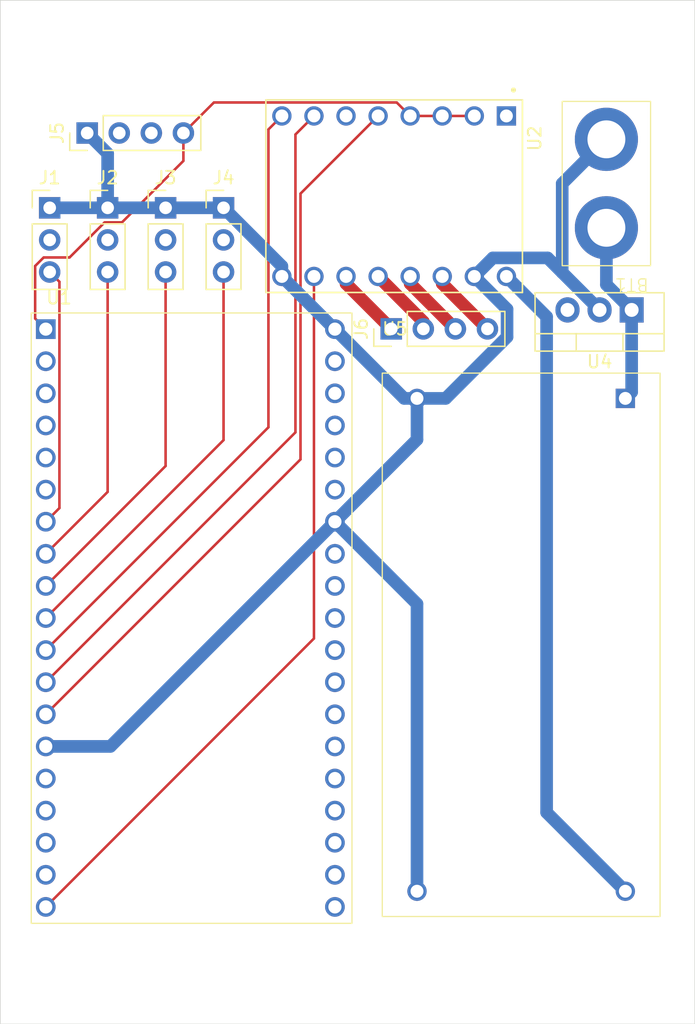
<source format=kicad_pcb>
(kicad_pcb (version 20241229) (generator "pcbnew") (generator_version "9.0")
  (layers (0 "F.Cu" signal) (4 "In1.Cu" signal) (6 "In2.Cu" signal) (2 "B.Cu" signal) (13 "F.Paste" user) (15 "B.Paste" user) (5 "F.SilkS" user "F.Silkscreen") (7 "B.SilkS" user "B.Silkscreen") (1 "F.Mask" user) (3 "B.Mask" user) (25 "Edge.Cuts" user))
  (net 0 "")
  (net 1 "/VBAT")
  (net 2 "GND")
  (net 3 "Net-(J1-Pin_3)")
  (net 4 "+6V")
  (net 5 "Net-(J2-Pin_3)")
  (net 6 "Net-(J3-Pin_3)")
  (net 7 "Net-(J4-Pin_3)")
  (net 8 "+3.3V")
  (net 9 "Net-(J5-Pin_2)")
  (net 10 "+5V")
  (net 12 "Net-(U1-IO27)")
  (net 30 "Net-(U1-IO14)")
  (net 32 "Net-(U1-IO12)")
  (net 38 "Net-(J5-Pin_3)")
  (net 41 "/1A")
  (net 42 "/1B")
  (net 43 "/2A")
  (net 44 "/2B")
  (footprint "STEPPER_MOTOR_DRIVER:Lipo Battery T Plug" (layer "F.Cu") (at 170 74 180)
    (property "Reference" "BT1" (at -2 -8 180) (layer "F.SilkS") (effects (font (thickness 0.1))))
    (property "Value" "Battery_Cell")
    (fp_rect (start -3.5 -6.5) (end 3.5 6.5) (stroke (width 0.1)) (fill no) (layer "F.SilkS"))
    (pad "1" thru_hole circle (at 0 -3.5 180) (size 5 5) (drill 3) (layers "*.Cu" "*.Mask") (net 1 "/VBAT"))
    (pad "2" thru_hole circle (at 0 3.5 180) (size 5 5) (drill 3) (layers "*.Cu" "*.Mask") (net 2 "GND"))
  )
  (footprint "Connector_PinHeader_2.54mm:PinHeader_1x03_P2.54mm_Vertical" (layer "F.Cu") (at 125.91 75.92)
    (property "Reference" "J1" (at 0 -2.38 0) (layer "F.SilkS"))
    (property "Value" "Servo 1")
    (fp_line (start -1.38 -1.38) (end 0 -1.38) (stroke (width 0.12)) (layer "F.SilkS"))
    (fp_line (start -1.38 0) (end -1.38 -1.38) (stroke (width 0.12)) (layer "F.SilkS"))
    (fp_line (start -1.38 1.27) (end -1.38 6.46) (stroke (width 0.12)) (layer "F.SilkS"))
    (fp_line (start -1.38 1.27) (end 1.38 1.27) (stroke (width 0.12)) (layer "F.SilkS"))
    (fp_line (start -1.38 6.46) (end 1.38 6.46) (stroke (width 0.12)) (layer "F.SilkS"))
    (fp_line (start 1.38 1.27) (end 1.38 6.46) (stroke (width 0.12)) (layer "F.SilkS"))
    (pad "1" thru_hole rect (at 0 0) (size 1.7 1.7) (drill 1) (layers "*.Cu" "*.Mask") (net 2 "GND"))
    (pad "2" thru_hole circle (at 0 2.54) (size 1.7 1.7) (drill 1) (layers "*.Cu" "*.Mask") (net 4 "+6V"))
    (pad "3" thru_hole circle (at 0 5.08) (size 1.7 1.7) (drill 1) (layers "*.Cu" "*.Mask") (net 3 "Net-(J1-Pin_3)"))
  )
  (footprint "Connector_PinHeader_2.54mm:PinHeader_1x03_P2.54mm_Vertical" (layer "F.Cu") (at 130.5 75.92)
    (property "Reference" "J2" (at 0 -2.38 0) (layer "F.SilkS"))
    (property "Value" "Servo 2")
    (fp_line (start -1.38 -1.38) (end 0 -1.38) (stroke (width 0.12)) (layer "F.SilkS"))
    (fp_line (start -1.38 0) (end -1.38 -1.38) (stroke (width 0.12)) (layer "F.SilkS"))
    (fp_line (start -1.38 1.27) (end -1.38 6.46) (stroke (width 0.12)) (layer "F.SilkS"))
    (fp_line (start -1.38 1.27) (end 1.38 1.27) (stroke (width 0.12)) (layer "F.SilkS"))
    (fp_line (start -1.38 6.46) (end 1.38 6.46) (stroke (width 0.12)) (layer "F.SilkS"))
    (fp_line (start 1.38 1.27) (end 1.38 6.46) (stroke (width 0.12)) (layer "F.SilkS"))
    (pad "1" thru_hole rect (at 0 0) (size 1.7 1.7) (drill 1) (layers "*.Cu" "*.Mask") (net 2 "GND"))
    (pad "2" thru_hole circle (at 0 2.54) (size 1.7 1.7) (drill 1) (layers "*.Cu" "*.Mask") (net 4 "+6V"))
    (pad "3" thru_hole circle (at 0 5.08) (size 1.7 1.7) (drill 1) (layers "*.Cu" "*.Mask") (net 5 "Net-(J2-Pin_3)"))
  )
  (footprint "Package_TO_SOT_THT:TO-220-3_Vertical" (layer "F.Cu") (at 172 84 180)
    (property "Reference" "U4" (at 2.54 -4.1 0) (layer "F.SilkS"))
    (property "Value" "L7805")
    (fp_line (start 7.65 -3.26) (end 7.65 1.36) (stroke (width 0.12)) (layer "F.SilkS"))
    (fp_line (start 4.39 -3.26) (end 4.39 -1.88) (stroke (width 0.12)) (layer "F.SilkS"))
    (fp_line (start 0.69 -3.26) (end 0.69 -1.88) (stroke (width 0.12)) (layer "F.SilkS"))
    (fp_line (start -2.57 1.36) (end 7.65 1.36) (stroke (width 0.12)) (layer "F.SilkS"))
    (fp_line (start -2.57 -1.88) (end 7.65 -1.88) (stroke (width 0.12)) (layer "F.SilkS"))
    (fp_line (start -2.57 -3.26) (end 7.65 -3.26) (stroke (width 0.12)) (layer "F.SilkS"))
    (fp_line (start -2.57 -3.26) (end -2.57 1.36) (stroke (width 0.12)) (layer "F.SilkS"))
    (pad "1" thru_hole rect (at 0 0 180) (size 1.905 2) (drill 1.1) (layers "*.Cu" "*.Mask") (net 1 "/VBAT"))
    (pad "2" thru_hole oval (at 2.54 0 180) (size 1.905 2) (drill 1.1) (layers "*.Cu" "*.Mask") (net 2 "GND"))
    (pad "3" thru_hole oval (at 5.08 0 180) (size 1.905 2) (drill 1.1) (layers "*.Cu" "*.Mask") (net 10 "+5V"))
  )
  (footprint "Connector_PinHeader_2.54mm:PinHeader_1x03_P2.54mm_Vertical" (layer "F.Cu") (at 139.68 75.92)
    (property "Reference" "J4" (at 0 -2.38 0) (layer "F.SilkS"))
    (property "Value" "Servo 4")
    (fp_line (start -1.38 -1.38) (end 0 -1.38) (stroke (width 0.12)) (layer "F.SilkS"))
    (fp_line (start -1.38 0) (end -1.38 -1.38) (stroke (width 0.12)) (layer "F.SilkS"))
    (fp_line (start -1.38 1.27) (end -1.38 6.46) (stroke (width 0.12)) (layer "F.SilkS"))
    (fp_line (start -1.38 1.27) (end 1.38 1.27) (stroke (width 0.12)) (layer "F.SilkS"))
    (fp_line (start -1.38 6.46) (end 1.38 6.46) (stroke (width 0.12)) (layer "F.SilkS"))
    (fp_line (start 1.38 1.27) (end 1.38 6.46) (stroke (width 0.12)) (layer "F.SilkS"))
    (pad "1" thru_hole rect (at 0 0) (size 1.7 1.7) (drill 1) (layers "*.Cu" "*.Mask") (net 2 "GND"))
    (pad "2" thru_hole circle (at 0 2.54) (size 1.7 1.7) (drill 1) (layers "*.Cu" "*.Mask") (net 4 "+6V"))
    (pad "3" thru_hole circle (at 0 5.08) (size 1.7 1.7) (drill 1) (layers "*.Cu" "*.Mask") (net 7 "Net-(J4-Pin_3)"))
  )
  (footprint "STEPPER_MOTOR_DRIVER:Buck Converter" (layer "F.Cu") (at 163.25 111.5)
    (property "Reference" "U5" (at -10 -26 0) (layer "F.SilkS"))
    (property "Value" "Buck_Converter")
    (fp_rect (start -11 -22.5) (end 11 20.5) (stroke (width 0.1)) (fill no) (layer "F.SilkS"))
    (pad "1" thru_hole rect (at 8.25 -20.5) (size 1.53 1.53) (drill 1.02) (layers "*.Cu" "*.Mask") (net 1 "/VBAT"))
    (pad "2" thru_hole circle (at -8.25 -20.5) (size 1.53 1.53) (drill 1.02) (layers "*.Cu" "*.Mask") (net 2 "GND"))
    (pad "3" thru_hole circle (at -8.25 18.5) (size 1.53 1.53) (drill 1.02) (layers "*.Cu" "*.Mask") (net 2 "GND"))
    (pad "4" thru_hole circle (at 8.25 18.5) (size 1.53 1.53) (drill 1.02) (layers "*.Cu" "*.Mask") (net 4 "+6V"))
  )
  (footprint "Connector_PinHeader_2.54mm:PinHeader_1x04_P2.54mm_Vertical" (layer "F.Cu") (at 128.88 70 90)
    (property "Reference" "J5" (at 0 -2.38 90) (layer "F.SilkS"))
    (property "Value" "Load Cell Amp")
    (fp_line (start -1.38 -1.38) (end 0 -1.38) (stroke (width 0.12)) (layer "F.SilkS"))
    (fp_line (start -1.38 0) (end -1.38 -1.38) (stroke (width 0.12)) (layer "F.SilkS"))
    (fp_line (start 1.38 1.27) (end 1.38 9) (stroke (width 0.12)) (layer "F.SilkS"))
    (fp_line (start -1.38 1.27) (end 1.38 1.27) (stroke (width 0.12)) (layer "F.SilkS"))
    (fp_line (start -1.38 1.27) (end -1.38 9) (stroke (width 0.12)) (layer "F.SilkS"))
    (fp_line (start -1.38 9) (end 1.38 9) (stroke (width 0.12)) (layer "F.SilkS"))
    (pad "1" thru_hole rect (at 0 0 90) (size 1.7 1.7) (drill 1) (layers "*.Cu" "*.Mask") (net 2 "GND"))
    (pad "2" thru_hole circle (at 0 2.54 90) (size 1.7 1.7) (drill 1) (layers "*.Cu" "*.Mask") (net 9 "Net-(J5-Pin_2)"))
    (pad "3" thru_hole circle (at 0 5.08 90) (size 1.7 1.7) (drill 1) (layers "*.Cu" "*.Mask") (net 38 "Net-(J5-Pin_3)"))
    (pad "4" thru_hole circle (at 0 7.62 90) (size 1.7 1.7) (drill 1) (layers "*.Cu" "*.Mask") (net 8 "+3.3V"))
  )
  (footprint "Connector_PinHeader_2.54mm:PinHeader_1x04_P2.54mm_Vertical" (layer "F.Cu") (at 152.96 85.5 90)
    (property "Reference" "J6" (at 0 -2.38 90) (layer "F.SilkS"))
    (property "Value" "Stepper Motor")
    (fp_line (start -1.38 -1.38) (end 0 -1.38) (stroke (width 0.12)) (layer "F.SilkS"))
    (fp_line (start -1.38 0) (end -1.38 -1.38) (stroke (width 0.12)) (layer "F.SilkS"))
    (fp_line (start 1.38 1.27) (end 1.38 9) (stroke (width 0.12)) (layer "F.SilkS"))
    (fp_line (start -1.38 1.27) (end 1.38 1.27) (stroke (width 0.12)) (layer "F.SilkS"))
    (fp_line (start -1.38 1.27) (end -1.38 9) (stroke (width 0.12)) (layer "F.SilkS"))
    (fp_line (start -1.38 9) (end 1.38 9) (stroke (width 0.12)) (layer "F.SilkS"))
    (pad "1" thru_hole rect (at 0 0 90) (size 1.7 1.7) (drill 1) (layers "*.Cu" "*.Mask") (net 44 "/2B"))
    (pad "2" thru_hole circle (at 0 2.54 90) (size 1.7 1.7) (drill 1) (layers "*.Cu" "*.Mask") (net 43 "/2A"))
    (pad "3" thru_hole circle (at 0 5.08 90) (size 1.7 1.7) (drill 1) (layers "*.Cu" "*.Mask") (net 42 "/1B"))
    (pad "4" thru_hole circle (at 0 7.62 90) (size 1.7 1.7) (drill 1) (layers "*.Cu" "*.Mask") (net 41 "/1A"))
  )
  (footprint "ESP32-DEVKITC-32D:ESP32_1" (layer "F.Cu") (at 137.15 110.04)
    (property "Reference" "U1" (at -10.5 -27 0) (layer "F.SilkS") (effects (font (size 1.000386 1.000386))))
    (property "Value" "ESP32-DEVKITC-32D")
    (fp_rect (start -12.7 -25.8) (end 12.7 22.5) (stroke (width 0.1)) (fill no) (layer "F.SilkS"))
    (pad "J2-1" thru_hole rect (at -11.55 -24.52) (size 1.56 1.56) (drill 1.04) (layers "*.Cu" "*.Mask") (net 8 "+3.3V"))
    (pad "J2-2" thru_hole circle (at -11.55 -21.98) (size 1.56 1.56) (drill 1.04) (layers "*.Cu" "*.Mask"))
    (pad "J2-3" thru_hole circle (at -11.55 -19.44) (size 1.56 1.56) (drill 1.04) (layers "*.Cu" "*.Mask"))
    (pad "J2-4" thru_hole circle (at -11.55 -16.9) (size 1.56 1.56) (drill 1.04) (layers "*.Cu" "*.Mask"))
    (pad "J2-5" thru_hole circle (at -11.55 -14.36) (size 1.56 1.56) (drill 1.04) (layers "*.Cu" "*.Mask"))
    (pad "J2-6" thru_hole circle (at -11.55 -11.82) (size 1.56 1.56) (drill 1.04) (layers "*.Cu" "*.Mask"))
    (pad "J2-7" thru_hole circle (at -11.55 -9.28) (size 1.56 1.56) (drill 1.04) (layers "*.Cu" "*.Mask") (net 3 "Net-(J1-Pin_3)"))
    (pad "J2-8" thru_hole circle (at -11.55 -6.74) (size 1.56 1.56) (drill 1.04) (layers "*.Cu" "*.Mask") (net 5 "Net-(J2-Pin_3)"))
    (pad "J2-9" thru_hole circle (at -11.55 -4.2) (size 1.56 1.56) (drill 1.04) (layers "*.Cu" "*.Mask") (net 6 "Net-(J3-Pin_3)"))
    (pad "J2-10" thru_hole circle (at -11.55 -1.66) (size 1.56 1.56) (drill 1.04) (layers "*.Cu" "*.Mask") (net 7 "Net-(J4-Pin_3)"))
    (pad "J2-11" thru_hole circle (at -11.55 0.88) (size 1.56 1.56) (drill 1.04) (layers "*.Cu" "*.Mask") (net 12 "Net-(U1-IO27)"))
    (pad "J2-12" thru_hole circle (at -11.55 3.42) (size 1.56 1.56) (drill 1.04) (layers "*.Cu" "*.Mask") (net 30 "Net-(U1-IO14)"))
    (pad "J2-13" thru_hole circle (at -11.55 5.96) (size 1.56 1.56) (drill 1.04) (layers "*.Cu" "*.Mask") (net 32 "Net-(U1-IO12)"))
    (pad "J2-14" thru_hole circle (at -11.55 8.5) (size 1.56 1.56) (drill 1.04) (layers "*.Cu" "*.Mask") (net 2 "GND"))
    (pad "J2-15" thru_hole circle (at -11.55 11.04) (size 1.56 1.56) (drill 1.04) (layers "*.Cu" "*.Mask"))
    (pad "J2-16" thru_hole circle (at -11.55 13.58) (size 1.56 1.56) (drill 1.04) (layers "*.Cu" "*.Mask"))
    (pad "J2-17" thru_hole circle (at -11.55 16.12) (size 1.56 1.56) (drill 1.04) (layers "*.Cu" "*.Mask"))
    (pad "J2-18" thru_hole circle (at -11.55 18.66) (size 1.56 1.56) (drill 1.04) (layers "*.Cu" "*.Mask"))
    (pad "J2-19" thru_hole circle (at -11.55 21.2) (size 1.56 1.56) (drill 1.04) (layers "*.Cu" "*.Mask") (net 10 "+5V"))
    (pad "J3-1" thru_hole circle (at 11.35 -24.52) (size 1.56 1.56) (drill 1.04) (layers "*.Cu" "*.Mask") (net 2 "GND"))
    (pad "J3-2" thru_hole circle (at 11.35 -21.98) (size 1.56 1.56) (drill 1.04) (layers "*.Cu" "*.Mask"))
    (pad "J3-3" thru_hole circle (at 11.35 -19.44) (size 1.56 1.56) (drill 1.04) (layers "*.Cu" "*.Mask"))
    (pad "J3-4" thru_hole circle (at 11.35 -16.9) (size 1.56 1.56) (drill 1.04) (layers "*.Cu" "*.Mask"))
    (pad "J3-5" thru_hole circle (at 11.35 -14.36) (size 1.56 1.56) (drill 1.04) (layers "*.Cu" "*.Mask"))
    (pad "J3-6" thru_hole circle (at 11.35 -11.82) (size 1.56 1.56) (drill 1.04) (layers "*.Cu" "*.Mask"))
    (pad "J3-7" thru_hole circle (at 11.35 -9.28) (size 1.56 1.56) (drill 1.04) (layers "*.Cu" "*.Mask") (net 2 "GND"))
    (pad "J3-8" thru_hole circle (at 11.35 -6.74) (size 1.56 1.56) (drill 1.04) (layers "*.Cu" "*.Mask") (net 38 "Net-(J5-Pin_3)"))
    (pad "J3-9" thru_hole circle (at 11.35 -4.2) (size 1.56 1.56) (drill 1.04) (layers "*.Cu" "*.Mask") (net 9 "Net-(J5-Pin_2)"))
    (pad "J3-10" thru_hole circle (at 11.35 -1.66) (size 1.56 1.56) (drill 1.04) (layers "*.Cu" "*.Mask"))
    (pad "J3-11" thru_hole circle (at 11.35 0.88) (size 1.56 1.56) (drill 1.04) (layers "*.Cu" "*.Mask"))
    (pad "J3-12" thru_hole circle (at 11.35 3.42) (size 1.56 1.56) (drill 1.04) (layers "*.Cu" "*.Mask"))
    (pad "J3-13" thru_hole circle (at 11.35 5.96) (size 1.56 1.56) (drill 1.04) (layers "*.Cu" "*.Mask"))
    (pad "J3-14" thru_hole circle (at 11.35 8.5) (size 1.56 1.56) (drill 1.04) (layers "*.Cu" "*.Mask"))
    (pad "J3-15" thru_hole circle (at 11.35 11.04) (size 1.56 1.56) (drill 1.04) (layers "*.Cu" "*.Mask"))
    (pad "J3-16" thru_hole circle (at 11.35 13.58) (size 1.56 1.56) (drill 1.04) (layers "*.Cu" "*.Mask"))
    (pad "J3-17" thru_hole circle (at 11.35 16.12) (size 1.56 1.56) (drill 1.04) (layers "*.Cu" "*.Mask"))
    (pad "J3-18" thru_hole circle (at 11.35 18.66) (size 1.56 1.56) (drill 1.04) (layers "*.Cu" "*.Mask"))
    (pad "J3-19" thru_hole circle (at 11.35 21.2) (size 1.56 1.56) (drill 1.04) (layers "*.Cu" "*.Mask"))
  )
  (footprint "STEPPER_MOTOR_DRIVER:MODULE_A4988_STEPPER_MOTOR_DRIVER_CARRIER" (layer "F.Cu") (at 153.19 75 -90)
    (property "Reference" "U2" (at -4.575 -11.135 90) (layer "F.SilkS"))
    (property "Value" "A4988_STEPPER_MOTOR_DRIVER_CARRIER")
    (fp_line (start -7.62 10.16) (end -7.62 -10.16) (stroke (width 0.127)) (layer "F.SilkS"))
    (fp_line (start 7.62 10.16) (end -7.62 10.16) (stroke (width 0.127)) (layer "F.SilkS"))
    (fp_line (start -7.62 -10.16) (end 7.62 -10.16) (stroke (width 0.127)) (layer "F.SilkS"))
    (fp_line (start 7.62 -10.16) (end 7.62 10.16) (stroke (width 0.127)) (layer "F.SilkS"))
    (fp_circle (center -8.4 -9.45) (end -8.3 -9.45) (stroke (width 0.2)) (fill no) (layer "F.SilkS"))
    (pad "1" thru_hole rect (at -6.35 -8.89 270) (size 1.53 1.53) (drill 1.02) (layers "*.Cu" "*.Mask"))
    (pad "2" thru_hole circle (at -6.35 -6.35 270) (size 1.53 1.53) (drill 1.02) (layers "*.Cu" "*.Mask") (net 8 "+3.3V"))
    (pad "3" thru_hole circle (at -6.35 -3.81 270) (size 1.53 1.53) (drill 1.02) (layers "*.Cu" "*.Mask") (net 8 "+3.3V"))
    (pad "4" thru_hole circle (at -6.35 -1.27 270) (size 1.53 1.53) (drill 1.02) (layers "*.Cu" "*.Mask") (net 8 "+3.3V"))
    (pad "5" thru_hole circle (at -6.35 1.27 270) (size 1.53 1.53) (drill 1.02) (layers "*.Cu" "*.Mask") (net 32 "Net-(U1-IO12)"))
    (pad "6" thru_hole circle (at -6.35 3.81 270) (size 1.53 1.53) (drill 1.02) (layers "*.Cu" "*.Mask"))
    (pad "7" thru_hole circle (at -6.35 6.35 270) (size 1.53 1.53) (drill 1.02) (layers "*.Cu" "*.Mask") (net 30 "Net-(U1-IO14)"))
    (pad "8" thru_hole circle (at -6.35 8.89 270) (size 1.53 1.53) (drill 1.02) (layers "*.Cu" "*.Mask") (net 12 "Net-(U1-IO27)"))
    (pad "9" thru_hole circle (at 6.35 8.89 270) (size 1.53 1.53) (drill 1.02) (layers "*.Cu" "*.Mask") (net 2 "GND"))
    (pad "10" thru_hole circle (at 6.35 6.35 270) (size 1.53 1.53) (drill 1.02) (layers "*.Cu" "*.Mask") (net 10 "+5V"))
    (pad "11" thru_hole circle (at 6.35 -1.27 270) (size 1.53 1.53) (drill 1.02) (layers "*.Cu" "*.Mask") (net 42 "/1B"))
    (pad "12" thru_hole circle (at 6.35 -3.81 270) (size 1.53 1.53) (drill 1.02) (layers "*.Cu" "*.Mask") (net 41 "/1A"))
    (pad "13" thru_hole circle (at 6.35 1.27 270) (size 1.53 1.53) (drill 1.02) (layers "*.Cu" "*.Mask") (net 43 "/2A"))
    (pad "14" thru_hole circle (at 6.35 3.81 270) (size 1.53 1.53) (drill 1.02) (layers "*.Cu" "*.Mask") (net 44 "/2B"))
    (pad "15" thru_hole circle (at 6.35 -6.35 270) (size 1.53 1.53) (drill 1.02) (layers "*.Cu" "*.Mask") (net 2 "GND"))
    (pad "16" thru_hole circle (at 6.35 -8.89 270) (size 1.53 1.53) (drill 1.02) (layers "*.Cu" "*.Mask") (net 4 "+6V"))
  )
  (footprint "Connector_PinHeader_2.54mm:PinHeader_1x03_P2.54mm_Vertical" (layer "F.Cu") (at 135.09 75.92)
    (property "Reference" "J3" (at 0 -2.38 0) (layer "F.SilkS"))
    (property "Value" "Servo 3")
    (fp_line (start -1.38 -1.38) (end 0 -1.38) (stroke (width 0.12)) (layer "F.SilkS"))
    (fp_line (start -1.38 0) (end -1.38 -1.38) (stroke (width 0.12)) (layer "F.SilkS"))
    (fp_line (start -1.38 1.27) (end -1.38 6.46) (stroke (width 0.12)) (layer "F.SilkS"))
    (fp_line (start -1.38 1.27) (end 1.38 1.27) (stroke (width 0.12)) (layer "F.SilkS"))
    (fp_line (start -1.38 6.46) (end 1.38 6.46) (stroke (width 0.12)) (layer "F.SilkS"))
    (fp_line (start 1.38 1.27) (end 1.38 6.46) (stroke (width 0.12)) (layer "F.SilkS"))
    (pad "1" thru_hole rect (at 0 0) (size 1.7 1.7) (drill 1) (layers "*.Cu" "*.Mask") (net 2 "GND"))
    (pad "2" thru_hole circle (at 0 2.54) (size 1.7 1.7) (drill 1) (layers "*.Cu" "*.Mask") (net 4 "+6V"))
    (pad "3" thru_hole circle (at 0 5.08) (size 1.7 1.7) (drill 1) (layers "*.Cu" "*.Mask") (net 6 "Net-(J3-Pin_3)"))
  )
  (gr_rect (start 122 59.5) (end 177 140.5) (stroke (width 0.05)) (fill no) (layer "Edge.Cuts"))
  (segment (start 172 90.5) (end 171.5 91) (width 1) (layer "B.Cu") (net 1))
  (segment (start 170 82) (end 172 84) (width 1) (layer "B.Cu") (net 1))
  (segment (start 170 77.5) (end 170 82) (width 1) (layer "B.Cu") (net 1))
  (segment (start 172 84) (end 172 90.5) (width 1) (layer "B.Cu") (net 1))
  (segment (start 148.5 85.52) (end 148.47 85.52) (width 1) (layer "B.Cu") (net 2))
  (segment (start 148.5 100.76) (end 130.72 118.54) (width 1) (layer "B.Cu") (net 2))
  (segment (start 135.09 75.92) (end 130.5 75.92) (width 1) (layer "B.Cu") (net 2))
  (segment (start 155 94.26) (end 148.5 100.76) (width 1) (layer "B.Cu") (net 2))
  (segment (start 157.273446 91) (end 155 91) (width 1) (layer "B.Cu") (net 2))
  (segment (start 153.98 91) (end 148.5 85.52) (width 1) (layer "B.Cu") (net 2))
  (segment (start 148.5 100.76) (end 155 107.26) (width 1) (layer "B.Cu") (net 2))
  (segment (start 130.5 71.62) (end 128.88 70) (width 1) (layer "B.Cu") (net 2))
  (segment (start 165.344 79.884) (end 161.006 79.884) (width 1) (layer "B.Cu") (net 2))
  (segment (start 159.54 81.35) (end 162.131 83.941) (width 1) (layer "B.Cu") (net 2))
  (segment (start 144.3 80.54) (end 139.68 75.92) (width 1) (layer "B.Cu") (net 2))
  (segment (start 130.5 75.92) (end 125.91 75.92) (width 1) (layer "B.Cu") (net 2))
  (segment (start 148.47 85.52) (end 144.3 81.35) (width 1) (layer "B.Cu") (net 2))
  (segment (start 162.131 86.142446) (end 157.273446 91) (width 1) (layer "B.Cu") (net 2))
  (segment (start 130.5 75.92) (end 130.5 71.62) (width 1) (layer "B.Cu") (net 2))
  (segment (start 155 91) (end 155 94.26) (width 1) (layer "B.Cu") (net 2))
  (segment (start 162.131 83.941) (end 162.131 86.142446) (width 1) (layer "B.Cu") (net 2))
  (segment (start 155 91) (end 153.98 91) (width 1) (layer "B.Cu") (net 2))
  (segment (start 166.5 74) (end 166.5 81.04) (width 1) (layer "B.Cu") (net 2))
  (segment (start 144.3 81.35) (end 144.3 80.54) (width 1) (layer "B.Cu") (net 2))
  (segment (start 170 70.5) (end 166.5 74) (width 1) (layer "B.Cu") (net 2))
  (segment (start 161.006 79.884) (end 159.54 81.35) (width 1) (layer "B.Cu") (net 2))
  (segment (start 166.5 81.04) (end 169.46 84) (width 1) (layer "B.Cu") (net 2))
  (segment (start 166.5 81.04) (end 165.344 79.884) (width 1) (layer "B.Cu") (net 2))
  (segment (start 139.68 75.92) (end 135.09 75.92) (width 1) (layer "B.Cu") (net 2))
  (segment (start 155 107.26) (end 155 130) (width 1) (layer "B.Cu") (net 2))
  (segment (start 130.72 118.54) (end 125.6 118.54) (width 1) (layer "B.Cu") (net 2))
  (segment (start 125.6 100.76) (end 126.681 99.679) (width 0.2) (layer "F.Cu") (net 3))
  (segment (start 126.681 99.679) (end 126.681 81.771) (width 0.2) (layer "F.Cu") (net 3))
  (segment (start 126.681 81.771) (end 125.91 81) (width 0.2) (layer "F.Cu") (net 3))
  (segment (start 165.2665 123.7665) (end 165.2665 84.5365) (width 1) (layer "B.Cu") (net 4))
  (segment (start 171.5 130) (end 165.2665 123.7665) (width 1) (layer "B.Cu") (net 4))
  (segment (start 165.2665 84.5365) (end 162.08 81.35) (width 1) (layer "B.Cu") (net 4))
  (segment (start 125.6 103.3) (end 130.5 98.4) (width 0.2) (layer "F.Cu") (net 5))
  (segment (start 130.5 98.4) (end 130.5 81) (width 0.2) (layer "F.Cu") (net 5))
  (segment (start 135.09 96.35) (end 135.09 81) (width 0.2) (layer "F.Cu") (net 6))
  (segment (start 125.6 105.84) (end 135.09 96.35) (width 0.2) (layer "F.Cu") (net 6))
  (segment (start 125.6 108.38) (end 139.68 94.3) (width 0.2) (layer "F.Cu") (net 7))
  (segment (start 139.68 94.3) (end 139.68 81) (width 0.2) (layer "F.Cu") (net 7))
  (segment (start 131.637 77.071) (end 136.5 72.208) (width 0.2) (layer "F.Cu") (net 8))
  (segment (start 130.26124 77.071) (end 131.637 77.071) (width 0.2) (layer "F.Cu") (net 8))
  (segment (start 125.43324 79.849) (end 127.48324 79.849) (width 0.2) (layer "F.Cu") (net 8))
  (segment (start 124.759 80.52324) (end 125.43324 79.849) (width 0.2) (layer "F.Cu") (net 8))
  (segment (start 153.394 67.584) (end 154.46 68.65) (width 0.2) (layer "F.Cu") (net 8))
  (segment (start 138.916 67.584) (end 153.394 67.584) (width 0.2) (layer "F.Cu") (net 8))
  (segment (start 154.46 68.65) (end 157 68.65) (width 0.2) (layer "F.Cu") (net 8))
  (segment (start 136.5 72.208) (end 136.5 70) (width 0.2) (layer "F.Cu") (net 8))
  (segment (start 125.6 85.52) (end 124.759 84.679) (width 0.2) (layer "F.Cu") (net 8))
  (segment (start 127.48324 79.849) (end 130.26124 77.071) (width 0.2) (layer "F.Cu") (net 8))
  (segment (start 124.759 84.679) (end 124.759 80.52324) (width 0.2) (layer "F.Cu") (net 8))
  (segment (start 136.5 70) (end 138.916 67.584) (width 0.2) (layer "F.Cu") (net 8))
  (segment (start 157 68.65) (end 159.54 68.65) (width 0.2) (layer "F.Cu") (net 8))
  (segment (start 146.84 110) (end 146.84 81.35) (width 0.2) (layer "F.Cu") (net 10))
  (segment (start 125.6 131.24) (end 146.84 110) (width 0.2) (layer "F.Cu") (net 10))
  (segment (start 125.6 110.92) (end 143.234 93.286) (width 0.2) (layer "F.Cu") (net 12))
  (segment (start 143.234 93.286) (end 143.234 69.716) (width 0.2) (layer "F.Cu") (net 12))
  (segment (start 143.234 69.716) (end 144.3 68.65) (width 0.2) (layer "F.Cu") (net 12))
  (segment (start 125.6 113.46) (end 145.373 93.687) (width 0.2) (layer "F.Cu") (net 30))
  (segment (start 145.373 93.687) (end 145.373 70.117) (width 0.2) (layer "F.Cu") (net 30))
  (segment (start 145.373 70.117) (end 146.84 68.65) (width 0.2) (layer "F.Cu") (net 30))
  (segment (start 145.774 74.796) (end 151.92 68.65) (width 0.2) (layer "F.Cu") (net 32))
  (segment (start 145.774 95.826) (end 145.774 74.796) (width 0.2) (layer "F.Cu") (net 32))
  (segment (start 125.6 116) (end 145.774 95.826) (width 0.2) (layer "F.Cu") (net 32))
  (segment (start 157 81.92) (end 160.58 85.5) (width 1) (layer "F.Cu") (net 41))
  (segment (start 157 81.35) (end 157 81.92) (width 1) (layer "F.Cu") (net 41))
  (segment (start 154.46 81.35) (end 154.46 81.92) (width 1) (layer "F.Cu") (net 42))
  (segment (start 154.46 81.92) (end 158.04 85.5) (width 1) (layer "F.Cu") (net 42))
  (segment (start 155.5 84.93) (end 155.5 85.5) (width 1) (layer "F.Cu") (net 43))
  (segment (start 151.92 81.35) (end 155.5 84.93) (width 1) (layer "F.Cu") (net 43))
  (segment (start 149.38 81.92) (end 152.96 85.5) (width 1) (layer "F.Cu") (net 44))
  (segment (start 149.38 81.35) (end 149.38 81.92) (width 1) (layer "F.Cu") (net 44))
)
</source>
